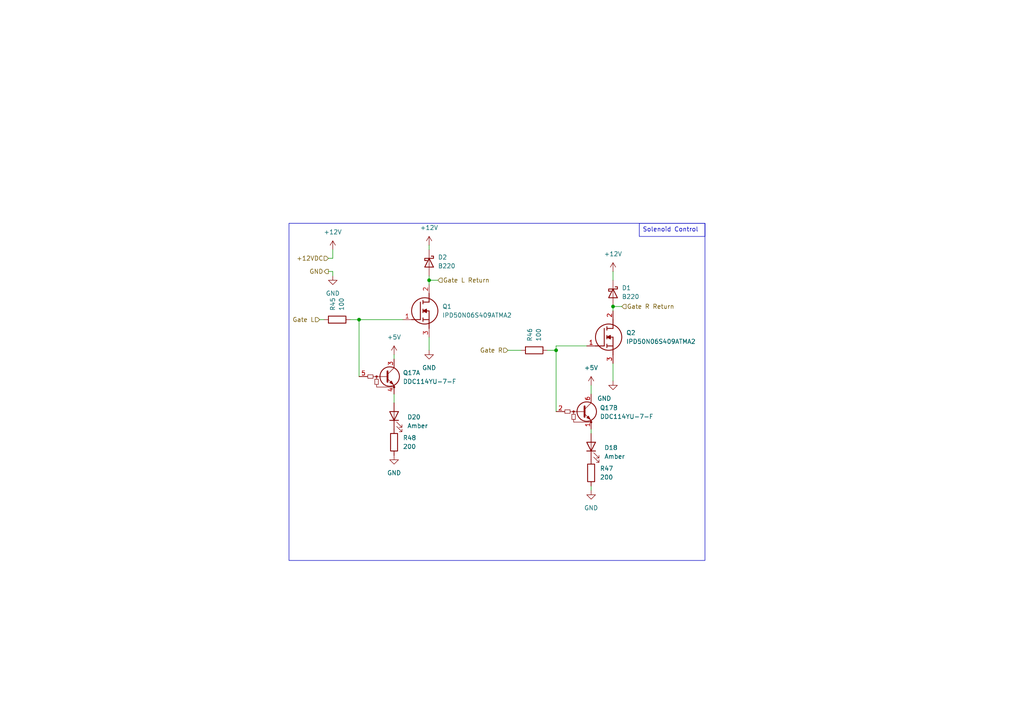
<source format=kicad_sch>
(kicad_sch (version 20231120) (generator "eeschema") (generator_version "8.0")
  (paper "A4")
  (lib_symbols
    (symbol "Device:LED" (pin_numbers hide) (pin_names (offset 1.016) hide)
      (property "Reference" "D" (at 0 2.54 0))
      (property "Value" "LED" (at 0 -2.54 0))
      (symbol "LED_0_1"
        (polyline (pts (xy -1.27 -1.27) (xy -1.27 1.27)) (stroke (width 0.254)))
        (polyline (pts (xy -1.27 0) (xy 1.27 0)))
        (polyline (pts (xy 1.27 -1.27) (xy 1.27 1.27) (xy -1.27 0) (xy 1.27 -1.27)) (stroke (width 0.254)))
        (polyline (pts (xy -3.048 -0.762) (xy -4.572 -2.286) (xy -3.81 -2.286) (xy -4.572 -2.286) (xy -4.572 -1.524)))
        (polyline (pts (xy -1.778 -0.762) (xy -3.302 -2.286) (xy -2.54 -2.286) (xy -3.302 -2.286) (xy -3.302 -1.524)))
      )
      (symbol "LED_1_1"
        (pin passive line (at -3.81 0 0) (length 2.54) (name "K") (number "1"))
        (pin passive line (at 3.81 0 180) (length 2.54) (name "A") (number "2"))
      )
    )
    (symbol "Device:Q_Dual_NPN_NPN_BRT_E1B1C2E2B2C1" (pin_names hide)
      (property "Reference" "Q" (at 3.81 1.27 0))
      (property "Value" "Q_Dual_NPN_NPN_BRT_E1B1C2E2B2C1" (at 3.81 -1.27 0))
      (symbol "Q_Dual_NPN_NPN_BRT_E1B1C2E2B2C1_0_1"
        (rectangle (start -6.35 0.508) (end -4.826 -0.508))
        (rectangle (start -4.318 -2.286) (end -3.302 -0.762))
        (circle (center -3.81 0) (radius 0.254) (fill (type outline)))
        (polyline (pts (xy -3.81 -0.762) (xy -3.81 0)))
        (polyline (pts (xy -0.762 0) (xy -4.826 0)))
        (polyline (pts (xy -0.635 1.524) (xy -0.635 -1.524)) (stroke (width 0.508)))
        (polyline (pts (xy -3.81 -2.286) (xy -3.81 -3.048) (xy 1.27 -3.048)))
        (circle (center 1.27 -3.048) (radius 0.254) (fill (type outline)))
      )
      (symbol "Q_Dual_NPN_NPN_BRT_E1B1C2E2B2C1_1_1"
        (polyline (pts (xy -0.635 0.635) (xy 1.27 2.54)))
        (polyline (pts (xy -0.635 -0.635) (xy 1.27 -2.54) (xy 1.27 -2.54)))
        (polyline (pts (xy 0 -1.778) (xy 0.508 -1.27) (xy 1.016 -2.286) (xy 0 -1.778) (xy 0 -1.778)) (fill (type outline)))
        (circle (center 0 0) (radius 2.8194) (stroke (width 0.254)))
        (pin passive line (at 1.27 5.08 270) (length 2.54) (name "C1") (number "3"))
        (pin passive line (at 1.27 -5.08 90) (length 2.54) (name "E1") (number "4"))
        (pin input line (at -8.89 0 0) (length 2.54) (name "B1") (number "5"))
      )
      (symbol "Q_Dual_NPN_NPN_BRT_E1B1C2E2B2C1_2_1"
        (polyline (pts (xy -0.635 0.635) (xy 1.27 2.54)))
        (polyline (pts (xy -0.635 -0.635) (xy 1.27 -2.54) (xy 1.27 -2.54)))
        (polyline (pts (xy 0 -1.778) (xy 0.508 -1.27) (xy 1.016 -2.286) (xy 0 -1.778) (xy 0 -1.778)) (fill (type outline)))
        (circle (center 0 0) (radius 2.8194) (stroke (width 0.254)))
        (pin passive line (at 1.27 -5.08 90) (length 2.54) (name "E1") (number "1"))
        (pin input line (at -8.89 0 0) (length 2.54) (name "B1") (number "2"))
        (pin passive line (at 1.27 5.08 270) (length 2.54) (name "C1") (number "6"))
      )
    )
    (symbol "Device:R" (pin_numbers hide) (pin_names (offset 0))
      (property "Reference" "R" (at 2.032 0 90))
      (property "Value" "R" (at 0 0 90))
      (symbol "R_0_1"
        (rectangle (start -1.016 -2.54) (end 1.016 2.54) (stroke (width 0.254)))
      )
      (symbol "R_1_1"
        (pin passive line (at 0 3.81 270) (length 1.27) (name "~") (number "1"))
        (pin passive line (at 0 -3.81 90) (length 1.27) (name "~") (number "2"))
      )
    )
    (symbol "Diode:B220" (pin_numbers hide) (pin_names (offset 1.016) hide)
      (property "Reference" "D" (at 0 2.54 0))
      (property "Value" "B220" (at 0 -2.54 0))
      (symbol "B220_0_1"
        (polyline (pts (xy 1.27 0) (xy -1.27 0)))
        (polyline (pts (xy 1.27 1.27) (xy 1.27 -1.27) (xy -1.27 0) (xy 1.27 1.27)) (stroke (width 0.254)))
        (polyline (pts (xy -1.905 0.635) (xy -1.905 1.27) (xy -1.27 1.27) (xy -1.27 -1.27) (xy -0.635 -1.27) (xy -0.635 -0.635)) (stroke (width 0.254)))
      )
      (symbol "B220_1_1"
        (pin passive line (at -3.81 0 0) (length 2.54) (name "K") (number "1"))
        (pin passive line (at 3.81 0 180) (length 2.54) (name "A") (number "2"))
      )
    )
    (symbol "SamacSys_Parts:IPD50N06S409ATMA2" (pin_names hide)
      (property "Reference" "Q" (at 11.43 3.81 0))
      (property "Value" "IPD50N06S409ATMA2" (at 11.43 1.27 0))
      (symbol "IPD50N06S409ATMA2_1_1"
        (polyline (pts (xy 2.54 0) (xy 5.08 0)) (stroke (width 0.254)))
        (polyline (pts (xy 5.08 5.08) (xy 5.08 0)) (stroke (width 0.254)))
        (polyline (pts (xy 5.842 -0.508) (xy 5.842 0.508)) (stroke (width 0.254)))
        (polyline (pts (xy 5.842 0) (xy 7.62 0)) (stroke (width 0.254)))
        (polyline (pts (xy 5.842 2.032) (xy 5.842 3.048)) (stroke (width 0.254)))
        (polyline (pts (xy 5.842 5.588) (xy 5.842 4.572)) (stroke (width 0.254)))
        (polyline (pts (xy 7.62 2.54) (xy 5.842 2.54)) (stroke (width 0.254)))
        (polyline (pts (xy 7.62 2.54) (xy 7.62 -2.54)) (stroke (width 0.254)))
        (polyline (pts (xy 7.62 5.08) (xy 5.842 5.08)) (stroke (width 0.254)))
        (polyline (pts (xy 7.62 5.08) (xy 7.62 7.62)) (stroke (width 0.254)))
        (polyline (pts (xy 5.842 2.54) (xy 6.858 3.048) (xy 6.858 2.032) (xy 5.842 2.54)) (stroke (width 0.254)) (fill (type outline)))
        (circle (center 6.35 2.54) (radius 3.81) (stroke (width 0.254)))
        (pin passive line (at 0 0 0) (length 2.54) (name "G") (number "1"))
        (pin passive line (at 7.62 10.16 270) (length 2.54) (name "D") (number "2"))
        (pin passive line (at 7.62 -5.08 90) (length 2.54) (name "S") (number "3"))
      )
    )
    (symbol "power:+5V" (power) (pin_names (offset 0))
      (property "Value" "+5V" (at 0 3.556 0))
      (symbol "+5V_0_1"
        (polyline (pts (xy -0.762 1.27) (xy 0 2.54)))
        (polyline (pts (xy 0 0) (xy 0 2.54)))
        (polyline (pts (xy 0 2.54) (xy 0.762 1.27)))
      )
      (symbol "+5V_1_1"
        (pin power_in line (at 0 0 90) (length 0) hide (name "+5V") (number "1"))
      )
    )
    (symbol "power:+6V" (power) (pin_numbers hide) (pin_names (offset 0) hide)
      (property "Value" "+6V" (at 0 3.556 0))
      (symbol "+6V_0_1"
        (polyline (pts (xy -0.762 1.27) (xy 0 2.54)))
        (polyline (pts (xy 0 0) (xy 0 2.54)))
        (polyline (pts (xy 0 2.54) (xy 0.762 1.27)))
      )
      (symbol "+6V_1_1"
        (pin power_in line (at 0 0 90) (length 0) (name "~") (number "1"))
      )
    )
    (symbol "power:GND" (power) (pin_names (offset 0))
      (property "Value" "GND" (at 0 -3.81 0))
      (symbol "GND_0_1"
        (polyline (pts (xy 0 0) (xy 0 -1.27) (xy 1.27 -1.27) (xy 0 -2.54) (xy -1.27 -1.27) (xy 0 -1.27)))
      )
      (symbol "GND_1_1"
        (pin power_in line (at 0 0 270) (length 0) hide (name "GND") (number "1"))
      )
    )
  )
  (junction (at 104.14 92.71))
  (junction (at 177.8 88.9))
  (junction (at 161.29 101.6))
  (junction (at 124.46 81.28))
  (wire (pts (xy 101.6 92.71) (xy 104.14 92.71)))
  (wire (pts (xy 177.8 88.9) (xy 177.8 90.17)))
  (wire (pts (xy 161.29 100.33) (xy 170.18 100.33)))
  (wire (pts (xy 114.3 102.87) (xy 114.3 104.14)))
  (wire (pts (xy 96.52 78.74) (xy 96.52 80.01)))
  (wire (pts (xy 161.29 100.33) (xy 161.29 101.6)))
  (wire (pts (xy 177.8 105.41) (xy 177.8 110.49)))
  (wire (pts (xy 171.45 140.97) (xy 171.45 142.24)))
  (wire (pts (xy 124.46 82.55) (xy 124.46 81.28)))
  (wire (pts (xy 124.46 80.01) (xy 124.46 81.28)))
  (wire (pts (xy 124.46 97.79) (xy 124.46 101.6)))
  (wire (pts (xy 124.46 81.28) (xy 127 81.28)))
  (wire (pts (xy 158.75 101.6) (xy 161.29 101.6)))
  (wire (pts (xy 124.46 72.39) (xy 124.46 71.12)))
  (wire (pts (xy 171.45 124.46) (xy 171.45 125.73)))
  (wire (pts (xy 104.14 92.71) (xy 116.84 92.71)))
  (wire (pts (xy 180.34 88.9) (xy 177.8 88.9)))
  (wire (pts (xy 161.29 101.6) (xy 161.29 119.38)))
  (wire (pts (xy 177.8 81.28) (xy 177.8 78.74)))
  (wire (pts (xy 114.3 114.3) (xy 114.3 116.84)))
  (wire (pts (xy 95.25 78.74) (xy 96.52 78.74)))
  (wire (pts (xy 147.32 101.6) (xy 151.13 101.6)))
  (wire (pts (xy 104.14 109.22) (xy 104.14 92.71)))
  (wire (pts (xy 96.52 72.39) (xy 96.52 74.93)))
  (wire (pts (xy 95.25 74.93) (xy 96.52 74.93)))
  (wire (pts (xy 93.98 92.71) (xy 92.71 92.71)))
  (wire (pts (xy 171.45 111.76) (xy 171.45 114.3)))
  (rectangle (start 83.82 64.77) (end 204.47 162.56))
  (text_box "Solenoid Control" (at 185.42 64.77 0) (size 19.05 3.81) (effects (font (size 1.27 1.27)) (justify left top)))
  (hierarchical_label "GND" (shape output) (at 95.25 78.74 180))
  (hierarchical_label "Gate L" (shape input) (at 92.71 92.71 180))
  (hierarchical_label "+12VDC" (shape input) (at 95.25 74.93 180))
  (hierarchical_label "Gate L Return" (shape input) (at 127 81.28 0))
  (hierarchical_label "Gate R" (shape input) (at 147.32 101.6 180))
  (hierarchical_label "Gate R Return" (shape input) (at 180.34 88.9 0))
  (symbol (lib_id "Diode:B220") (at 124.46 76.2 270) (unit 1)
    (property "Reference" "D2" (at 127 74.6124 90) (effects (justify left)))
    (property "Value" "B220" (at 127 77.1524 90) (effects (justify left)))
    (property "Footprint" "Diode_SMD:D_SMB" (effects (hide yes)))
    (property "Datasheet" "http://www.jameco.com/Jameco/Products/ProdDS/1538777.pdf" (effects (hide yes)))
    (property "Description" "20V 2A Schottky Barrier Rectifier Diode, SMB" (effects (hide yes)))
  )
  (symbol (lib_id "SamacSys_Parts:IPD50N06S409ATMA2") (at 116.84 92.71 0) (unit 1)
    (property "Reference" "Q1" (at 128.27 88.8999 0) (effects (justify left)))
    (property "Value" "IPD50N06S409ATMA2" (at 128.27 91.4399 0) (effects (justify left)))
    (property "Footprint" "IPD50N06S409ATMA2" (effects (hide yes)))
    (property "Datasheet" "https://www.infineon.com/dgdl/Infineon-IPD50N06S4_09-DS-v01_02-en.pdf?fileId=db3a30431ff9881501203870aee40c8c" (effects (hide yes)))
    (property "Description" "N-Channel 60 V 50A (Tc) 71W (Tc) Surface Mount PG-TO252-3-11" (effects (hide yes)))
    (property "Height" "2.5" (effects (hide yes)))
    (property "Mouser Part Number" "726-IPD50N06S409ATMA" (effects (hide yes)))
    (property "Mouser Price/Stock" "https://www.mouser.co.uk/ProductDetail/Infineon-Technologies/IPD50N06S409ATMA2?qs=OwbwYO03UsIm49AeD%252B7JZQ%3D%3D" (effects (hide yes)))
    (property "Manufacturer_Name" "Infineon" (effects (hide yes)))
    (property "Manufacturer_Part_Number" "IPD50N06S409ATMA2" (effects (hide yes)))
  )
  (symbol (lib_id "power:GND") (at 177.8 110.49 0) (unit 1)
    (property "Reference" "#PWR042" (effects (hide yes)))
    (property "Value" "GND" (at 175.26 115.57 0))
    (property "Description" "Power symbol creates a global label with name \"GND\" , ground" (effects (hide yes)))
  )
  (symbol (lib_id "power:GND") (at 171.45 142.24 0) (unit 1)
    (property "Reference" "#PWR076" (effects (hide yes)))
    (property "Value" "GND" (at 171.45 147.32 0))
    (property "Description" "Power symbol creates a global label with name \"GND\" , ground" (effects (hide yes)))
  )
  (symbol (lib_id "Device:R") (at 154.94 101.6 90) (unit 1)
    (property "Reference" "R46" (at 153.6699 99.06 0) (effects (justify left)))
    (property "Value" "100" (at 156.2099 99.06 0) (effects (justify left)))
    (property "Footprint" "Resistor_SMD:R_0805_2012Metric" (effects (hide yes)))
    (property "Description" "Resistor" (effects (hide yes)))
  )
  (symbol (lib_id "power:+6V") (at 177.8 78.74 0) (unit 1)
    (property "Reference" "#PWR041" (effects (hide yes)))
    (property "Value" "+12V" (at 177.8 73.66 0))
    (property "Description" "Power symbol creates a global label with name \"+6V\"" (effects (hide yes)))
  )
  (symbol (lib_id "Device:R") (at 171.45 137.16 0) (unit 1)
    (property "Reference" "R47" (at 173.99 135.8899 0) (effects (justify left)))
    (property "Value" "200" (at 173.99 138.4299 0) (effects (justify left)))
    (property "Footprint" "Resistor_SMD:R_0805_2012Metric" (effects (hide yes)))
    (property "Description" "Resistor" (effects (hide yes)))
  )
  (symbol (lib_id "Device:LED") (at 114.3 120.65 90) (unit 1)
    (property "Reference" "D20" (at 118.11 120.9674 90) (effects (justify right)))
    (property "Value" "Amber" (at 118.11 123.5074 90) (effects (justify right)))
    (property "Footprint" "LED_SMD:LED_0805_2012Metric" (effects (hide yes)))
    (property "Description" "Light emitting diode" (effects (hide yes)))
  )
  (symbol (lib_id "Device:LED") (at 171.45 129.54 90) (unit 1)
    (property "Reference" "D18" (at 175.26 129.8574 90) (effects (justify right)))
    (property "Value" "Amber" (at 175.26 132.3974 90) (effects (justify right)))
    (property "Footprint" "LED_SMD:LED_0805_2012Metric" (effects (hide yes)))
    (property "Description" "Light emitting diode" (effects (hide yes)))
  )
  (symbol (lib_id "power:+6V") (at 124.46 71.12 0) (unit 1)
    (property "Reference" "#PWR016" (effects (hide yes)))
    (property "Value" "+12V" (at 124.46 66.04 0))
    (property "Description" "Power symbol creates a global label with name \"+6V\"" (effects (hide yes)))
  )
  (symbol (lib_id "power:GND") (at 124.46 101.6 0) (unit 1)
    (property "Reference" "#PWR017" (effects (hide yes)))
    (property "Value" "GND" (at 124.46 106.68 0))
    (property "Description" "Power symbol creates a global label with name \"GND\" , ground" (effects (hide yes)))
  )
  (symbol (lib_id "power:GND") (at 96.52 80.01 0) (unit 1)
    (property "Reference" "#PWR057" (effects (hide yes)))
    (property "Value" "GND" (at 96.52 85.09 0))
    (property "Description" "Power symbol creates a global label with name \"GND\" , ground" (effects (hide yes)))
  )
  (symbol (lib_id "power:GND") (at 114.3 132.08 0) (unit 1)
    (property "Reference" "#PWR078" (effects (hide yes)))
    (property "Value" "GND" (at 114.3 137.16 0))
    (property "Description" "Power symbol creates a global label with name \"GND\" , ground" (effects (hide yes)))
  )
  (symbol (lib_id "power:+5V") (at 171.45 111.76 0) (unit 1)
    (property "Reference" "#PWR075" (effects (hide yes)))
    (property "Value" "+5V" (at 171.45 106.68 0))
    (property "Description" "Power symbol creates a global label with name \"+5V\"" (effects (hide yes)))
  )
  (symbol (lib_id "Device:R") (at 114.3 128.27 0) (unit 1)
    (property "Reference" "R48" (at 116.84 126.9999 0) (effects (justify left)))
    (property "Value" "200" (at 116.84 129.5399 0) (effects (justify left)))
    (property "Footprint" "Resistor_SMD:R_0805_2012Metric" (effects (hide yes)))
    (property "Description" "Resistor" (effects (hide yes)))
  )
  (symbol (lib_id "Device:Q_Dual_NPN_NPN_BRT_E1B1C2E2B2C1") (at 113.03 109.22 0) (unit 1)
    (property "Reference" "Q17" (at 116.84 108.1277 0) (effects (justify left)))
    (property "Value" "DDC114YU-7-F" (at 116.84 110.6677 0) (effects (justify left)))
    (property "Footprint" "Package_TO_SOT_SMD:SOT-363_SC-70-6" (effects (hide yes)))
    (property "Description" "Dual NPN bias resistor transistor, 6 pin package" (effects (hide yes)))
  )
  (symbol (lib_id "Device:R") (at 97.79 92.71 90) (unit 1)
    (property "Reference" "R45" (at 96.5199 90.17 0) (effects (justify left)))
    (property "Value" "100" (at 99.0599 90.17 0) (effects (justify left)))
    (property "Footprint" "Resistor_SMD:R_0805_2012Metric" (effects (hide yes)))
    (property "Description" "Resistor" (effects (hide yes)))
  )
  (symbol (lib_id "power:+6V") (at 96.52 72.39 0) (unit 1)
    (property "Reference" "#PWR056" (effects (hide yes)))
    (property "Value" "+12V" (at 96.52 67.31 0))
    (property "Description" "Power symbol creates a global label with name \"+6V\"" (effects (hide yes)))
  )
  (symbol (lib_id "power:+5V") (at 114.3 102.87 0) (unit 1)
    (property "Reference" "#PWR077" (effects (hide yes)))
    (property "Value" "+5V" (at 114.3 97.79 0))
    (property "Description" "Power symbol creates a global label with name \"+5V\"" (effects (hide yes)))
  )
  (symbol (lib_id "Device:Q_Dual_NPN_NPN_BRT_E1B1C2E2B2C1") (at 170.18 119.38 0) (unit 2)
    (property "Reference" "Q17" (at 173.99 118.2877 0) (effects (justify left)))
    (property "Value" "DDC114YU-7-F" (at 173.99 120.8277 0) (effects (justify left)))
    (property "Footprint" "Package_TO_SOT_SMD:SOT-363_SC-70-6" (effects (hide yes)))
    (property "Description" "Dual NPN bias resistor transistor, 6 pin package" (effects (hide yes)))
  )
  (symbol (lib_id "SamacSys_Parts:IPD50N06S409ATMA2") (at 170.18 100.33 0) (unit 1)
    (property "Reference" "Q2" (at 181.61 96.5199 0) (effects (justify left)))
    (property "Value" "IPD50N06S409ATMA2" (at 181.61 99.0599 0) (effects (justify left)))
    (property "Footprint" "IPD50N06S409ATMA2" (effects (hide yes)))
    (property "Datasheet" "https://www.infineon.com/dgdl/Infineon-IPD50N06S4_09-DS-v01_02-en.pdf?fileId=db3a30431ff9881501203870aee40c8c" (effects (hide yes)))
    (property "Description" "N-Channel 60 V 50A (Tc) 71W (Tc) Surface Mount PG-TO252-3-11" (effects (hide yes)))
    (property "Height" "2.5" (effects (hide yes)))
    (property "Mouser Part Number" "726-IPD50N06S409ATMA" (effects (hide yes)))
    (property "Mouser Price/Stock" "https://www.mouser.co.uk/ProductDetail/Infineon-Technologies/IPD50N06S409ATMA2?qs=OwbwYO03UsIm49AeD%252B7JZQ%3D%3D" (effects (hide yes)))
    (property "Manufacturer_Name" "Infineon" (effects (hide yes)))
    (property "Manufacturer_Part_Number" "IPD50N06S409ATMA2" (effects (hide yes)))
  )
  (symbol (lib_id "Diode:B220") (at 177.8 85.09 270) (unit 1)
    (property "Reference" "D1" (at 180.34 83.5024 90) (effects (justify left)))
    (property "Value" "B220" (at 180.34 86.0424 90) (effects (justify left)))
    (property "Footprint" "Diode_SMD:D_SMB" (effects (hide yes)))
    (property "Datasheet" "http://www.jameco.com/Jameco/Products/ProdDS/1538777.pdf" (effects (hide yes)))
    (property "Description" "20V 2A Schottky Barrier Rectifier Diode, SMB" (effects (hide yes)))
  )
)
</source>
